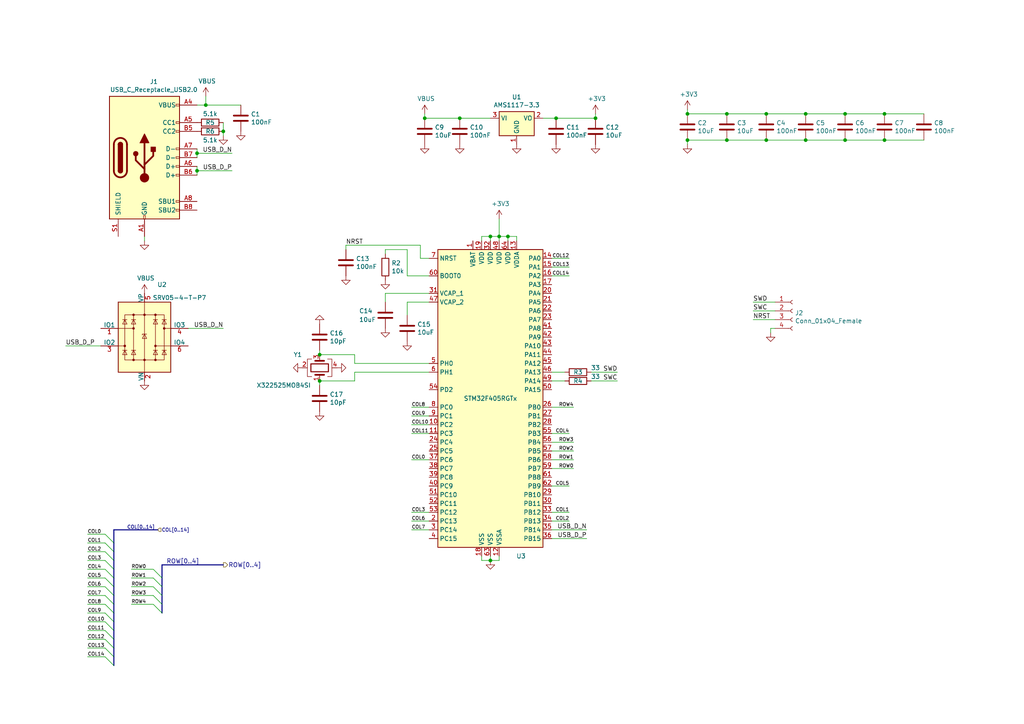
<source format=kicad_sch>
(kicad_sch (version 20231120) (generator "eeschema") (generator_version "8.0")
  (paper "A4")
  (lib_symbols
    (symbol "Device:C" (pin_numbers hide) (pin_names (offset 0.254))
      (property "Reference" "C" (at 0.635 2.54 0))
      (property "Value" "C" (at 0.635 -2.54 0))
      (symbol "C_0_1"
        (polyline (pts (xy -2.032 -0.762) (xy 2.032 -0.762)) (stroke (width 0.508)))
        (polyline (pts (xy -2.032 0.762) (xy 2.032 0.762)) (stroke (width 0.508)))
      )
      (symbol "C_1_1"
        (pin passive line (at 0 3.81 270) (length 2.794) (name "~") (number "1"))
        (pin passive line (at 0 -3.81 90) (length 2.794) (name "~") (number "2"))
      )
    )
    (symbol "Device:Crystal_GND24" (pin_names (offset 1.016) hide)
      (property "Reference" "Y" (at 3.175 5.08 0))
      (property "Value" "Crystal_GND24" (at 3.175 3.175 0))
      (symbol "Crystal_GND24_0_1"
        (rectangle (start -1.143 2.54) (end 1.143 -2.54) (stroke (width 0.3048)))
        (polyline (pts (xy -2.54 0) (xy -2.032 0)))
        (polyline (pts (xy -2.032 -1.27) (xy -2.032 1.27)) (stroke (width 0.508)))
        (polyline (pts (xy 0 -3.81) (xy 0 -3.556)))
        (polyline (pts (xy 0 3.556) (xy 0 3.81)))
        (polyline (pts (xy 2.032 -1.27) (xy 2.032 1.27)) (stroke (width 0.508)))
        (polyline (pts (xy 2.032 0) (xy 2.54 0)))
        (polyline (pts (xy -2.54 -2.286) (xy -2.54 -3.556) (xy 2.54 -3.556) (xy 2.54 -2.286)))
        (polyline (pts (xy -2.54 2.286) (xy -2.54 3.556) (xy 2.54 3.556) (xy 2.54 2.286)))
      )
      (symbol "Crystal_GND24_1_1"
        (pin passive line (at -3.81 0 0) (length 1.27) (name "1") (number "1"))
        (pin passive line (at 0 5.08 270) (length 1.27) (name "2") (number "2"))
        (pin passive line (at 3.81 0 180) (length 1.27) (name "3") (number "3"))
        (pin passive line (at 0 -5.08 90) (length 1.27) (name "4") (number "4"))
      )
    )
    (symbol "Device:R" (pin_numbers hide) (pin_names (offset 0))
      (property "Reference" "R" (at 2.032 0 90))
      (property "Value" "R" (at 0 0 90))
      (symbol "R_0_1"
        (rectangle (start -1.016 -2.54) (end 1.016 2.54) (stroke (width 0.254)))
      )
      (symbol "R_1_1"
        (pin passive line (at 0 3.81 270) (length 1.27) (name "~") (number "1"))
        (pin passive line (at 0 -3.81 90) (length 1.27) (name "~") (number "2"))
      )
    )
    (symbol "Power_Protection:SRV05-4" (pin_names (offset 0))
      (property "Reference" "U" (at -5.08 11.43 0))
      (property "Value" "SRV05-4" (at 2.54 11.43 0))
      (symbol "SRV05-4_0_0"
        (rectangle (start -5.715 6.477) (end 5.715 -6.604))
        (polyline (pts (xy -3.175 -6.604) (xy -3.175 6.477)))
        (polyline (pts (xy 3.175 6.477) (xy 3.175 -6.604)))
      )
      (symbol "SRV05-4_0_1"
        (rectangle (start -7.62 10.16) (end 7.62 -10.16) (stroke (width 0.254)) (fill (type background)))
        (circle (center -5.715 -2.54) (radius 0.2794) (fill (type outline)))
        (circle (center -3.175 -6.604) (radius 0.2794) (fill (type outline)))
        (circle (center -3.175 2.54) (radius 0.2794) (fill (type outline)))
        (circle (center -3.175 6.477) (radius 0.2794) (fill (type outline)))
        (circle (center 0 -6.604) (radius 0.2794) (fill (type outline)))
        (polyline (pts (xy -7.747 2.54) (xy -3.175 2.54)))
        (polyline (pts (xy -7.62 -2.54) (xy -5.715 -2.54)))
        (polyline (pts (xy -5.08 -3.81) (xy -6.35 -3.81)))
        (polyline (pts (xy -5.08 5.08) (xy -6.35 5.08)))
        (polyline (pts (xy -2.54 -3.81) (xy -3.81 -3.81)))
        (polyline (pts (xy -2.54 5.08) (xy -3.81 5.08)))
        (polyline (pts (xy 0 10.16) (xy 0 -10.16)))
        (polyline (pts (xy 3.81 -3.81) (xy 2.54 -3.81)))
        (polyline (pts (xy 3.81 5.08) (xy 2.54 5.08)))
        (polyline (pts (xy 6.35 -3.81) (xy 5.08 -3.81)))
        (polyline (pts (xy 6.35 5.08) (xy 5.08 5.08)))
        (polyline (pts (xy 7.62 -2.54) (xy 3.175 -2.54)))
        (polyline (pts (xy 7.62 2.54) (xy 5.715 2.54)))
        (polyline (pts (xy 0.635 0.889) (xy -0.635 0.889) (xy -0.635 0.635)))
        (polyline (pts (xy -5.08 -5.08) (xy -6.35 -5.08) (xy -5.715 -3.81) (xy -5.08 -5.08)))
        (polyline (pts (xy -5.08 3.81) (xy -6.35 3.81) (xy -5.715 5.08) (xy -5.08 3.81)))
        (polyline (pts (xy -2.54 -5.08) (xy -3.81 -5.08) (xy -3.175 -3.81) (xy -2.54 -5.08)))
        (polyline (pts (xy -2.54 3.81) (xy -3.81 3.81) (xy -3.175 5.08) (xy -2.54 3.81)))
        (polyline (pts (xy 0.635 -0.381) (xy -0.635 -0.381) (xy 0 0.889) (xy 0.635 -0.381)))
        (polyline (pts (xy 3.81 -5.08) (xy 2.54 -5.08) (xy 3.175 -3.81) (xy 3.81 -5.08)))
        (polyline (pts (xy 3.81 3.81) (xy 2.54 3.81) (xy 3.175 5.08) (xy 3.81 3.81)))
        (polyline (pts (xy 6.35 -5.08) (xy 5.08 -5.08) (xy 5.715 -3.81) (xy 6.35 -5.08)))
        (polyline (pts (xy 6.35 3.81) (xy 5.08 3.81) (xy 5.715 5.08) (xy 6.35 3.81)))
        (circle (center 0 6.477) (radius 0.2794) (fill (type outline)))
        (circle (center 3.175 -6.604) (radius 0.2794) (fill (type outline)))
        (circle (center 3.175 -2.54) (radius 0.2794) (fill (type outline)))
        (circle (center 3.175 6.477) (radius 0.2794) (fill (type outline)))
        (circle (center 5.715 2.54) (radius 0.2794) (fill (type outline)))
      )
      (symbol "SRV05-4_1_1"
        (pin passive line (at -12.7 2.54 0) (length 5.08) (name "IO1") (number "1"))
        (pin passive line (at 0 -12.7 90) (length 2.54) (name "VN") (number "2"))
        (pin passive line (at -12.7 -2.54 0) (length 5.08) (name "IO2") (number "3"))
        (pin passive line (at 12.7 2.54 180) (length 5.08) (name "IO3") (number "4"))
        (pin passive line (at 0 12.7 270) (length 2.54) (name "VP") (number "5"))
        (pin passive line (at 12.7 -2.54 180) (length 5.08) (name "IO4") (number "6"))
      )
    )
    (symbol "Regulator_Linear:AMS1117-3.3"
      (property "Reference" "U" (at -3.81 3.175 0))
      (property "Value" "AMS1117-3.3" (at 0 3.175 0))
      (symbol "AMS1117-3.3_0_1"
        (rectangle (start -5.08 -5.08) (end 5.08 1.905) (stroke (width 0.254)) (fill (type background)))
      )
      (symbol "AMS1117-3.3_1_1"
        (pin power_in line (at 0 -7.62 90) (length 2.54) (name "GND") (number "1"))
        (pin power_out line (at 7.62 0 180) (length 2.54) (name "VO") (number "2"))
        (pin power_in line (at -7.62 0 0) (length 2.54) (name "VI") (number "3"))
      )
    )
    (symbol "corrupt-rescue:+3.3V-power" (power) (pin_names (offset 0))
      (property "Value" "power_+3.3V" (at 0 3.556 0))
      (symbol "+3.3V-power_0_1"
        (polyline (pts (xy -0.762 1.27) (xy 0 2.54)))
        (polyline (pts (xy 0 0) (xy 0 2.54)))
        (polyline (pts (xy 0 2.54) (xy 0.762 1.27)))
      )
      (symbol "+3.3V-power_1_1"
        (pin power_in line (at 0 0 90) (length 0) hide (name "+3V3") (number "1"))
      )
    )
    (symbol "corrupt-rescue:Conn_01x04_Female-Connector" (pin_names (offset 1.016) hide)
      (property "Reference" "J" (at 0 5.08 0))
      (property "Value" "Connector_Conn_01x04_Female" (at 0 -7.62 0))
      (symbol "Conn_01x04_Female-Connector_1_1"
        (arc (start 0 -4.572) (mid -0.508 -5.08) (end 0 -5.588) (stroke (width 0.1524)))
        (arc (start 0 -2.032) (mid -0.508 -2.54) (end 0 -3.048) (stroke (width 0.1524)))
        (polyline (pts (xy -1.27 -5.08) (xy -0.508 -5.08)) (stroke (width 0.1524)))
        (polyline (pts (xy -1.27 -2.54) (xy -0.508 -2.54)) (stroke (width 0.1524)))
        (polyline (pts (xy -1.27 0) (xy -0.508 0)) (stroke (width 0.1524)))
        (polyline (pts (xy -1.27 2.54) (xy -0.508 2.54)) (stroke (width 0.1524)))
        (arc (start 0 0.508) (mid -0.508 0) (end 0 -0.508) (stroke (width 0.1524)))
        (arc (start 0 3.048) (mid -0.508 2.54) (end 0 2.032) (stroke (width 0.1524)))
        (pin passive line (at -5.08 2.54 0) (length 3.81) (name "Pin_1") (number "1"))
        (pin passive line (at -5.08 0 0) (length 3.81) (name "Pin_2") (number "2"))
        (pin passive line (at -5.08 -2.54 0) (length 3.81) (name "Pin_3") (number "3"))
        (pin passive line (at -5.08 -5.08 0) (length 3.81) (name "Pin_4") (number "4"))
      )
    )
    (symbol "corrupt-rescue:GND-power" (power) (pin_names (offset 0))
      (property "Value" "power_GND" (at 0 -3.81 0))
      (symbol "GND-power_0_1"
        (polyline (pts (xy 0 0) (xy 0 -1.27) (xy 1.27 -1.27) (xy 0 -2.54) (xy -1.27 -1.27) (xy 0 -1.27)))
      )
      (symbol "GND-power_1_1"
        (pin power_in line (at 0 0 270) (length 0) hide (name "GND") (number "1"))
      )
    )
    (symbol "corrupt-rescue:STM32F405RGTx-MCU_ST_STM32F4"
      (property "Reference" "U" (at -15.24 44.45 0))
      (property "Value" "MCU_ST_STM32F4_STM32F405RGTx" (at 10.16 44.45 0))
      (symbol "STM32F405RGTx-MCU_ST_STM32F4_0_1"
        (rectangle (start -15.24 -43.18) (end 15.24 43.18) (stroke (width 0.254)) (fill (type background)))
      )
      (symbol "STM32F405RGTx-MCU_ST_STM32F4_1_1"
        (pin power_in line (at -5.08 45.72 270) (length 2.54) (name "VBAT") (number "1"))
        (pin bidirectional line (at -17.78 -7.62 0) (length 2.54) (name "PC2") (number "10"))
        (pin bidirectional line (at -17.78 -10.16 0) (length 2.54) (name "PC3") (number "11"))
        (pin power_in line (at 2.54 -45.72 90) (length 2.54) (name "VSSA") (number "12"))
        (pin power_in line (at 7.62 45.72 270) (length 2.54) (name "VDDA") (number "13"))
        (pin bidirectional line (at 17.78 40.64 180) (length 2.54) (name "PA0") (number "14"))
        (pin bidirectional line (at 17.78 38.1 180) (length 2.54) (name "PA1") (number "15"))
        (pin bidirectional line (at 17.78 35.56 180) (length 2.54) (name "PA2") (number "16"))
        (pin bidirectional line (at 17.78 33.02 180) (length 2.54) (name "PA3") (number "17"))
        (pin power_in line (at -2.54 -45.72 90) (length 2.54) (name "VSS") (number "18"))
        (pin power_in line (at -2.54 45.72 270) (length 2.54) (name "VDD") (number "19"))
        (pin bidirectional line (at -17.78 -35.56 0) (length 2.54) (name "PC13") (number "2"))
        (pin bidirectional line (at 17.78 30.48 180) (length 2.54) (name "PA4") (number "20"))
        (pin bidirectional line (at 17.78 27.94 180) (length 2.54) (name "PA5") (number "21"))
        (pin bidirectional line (at 17.78 25.4 180) (length 2.54) (name "PA6") (number "22"))
        (pin bidirectional line (at 17.78 22.86 180) (length 2.54) (name "PA7") (number "23"))
        (pin bidirectional line (at -17.78 -12.7 0) (length 2.54) (name "PC4") (number "24"))
        (pin bidirectional line (at -17.78 -15.24 0) (length 2.54) (name "PC5") (number "25"))
        (pin bidirectional line (at 17.78 -2.54 180) (length 2.54) (name "PB0") (number "26"))
        (pin bidirectional line (at 17.78 -5.08 180) (length 2.54) (name "PB1") (number "27"))
        (pin bidirectional line (at 17.78 -7.62 180) (length 2.54) (name "PB2") (number "28"))
        (pin bidirectional line (at 17.78 -27.94 180) (length 2.54) (name "PB10") (number "29"))
        (pin bidirectional line (at -17.78 -38.1 0) (length 2.54) (name "PC14") (number "3"))
        (pin bidirectional line (at 17.78 -30.48 180) (length 2.54) (name "PB11") (number "30"))
        (pin power_in line (at -17.78 30.48 0) (length 2.54) (name "VCAP_1") (number "31"))
        (pin power_in line (at 0 45.72 270) (length 2.54) (name "VDD") (number "32"))
        (pin bidirectional line (at 17.78 -33.02 180) (length 2.54) (name "PB12") (number "33"))
        (pin bidirectional line (at 17.78 -35.56 180) (length 2.54) (name "PB13") (number "34"))
        (pin bidirectional line (at 17.78 -38.1 180) (length 2.54) (name "PB14") (number "35"))
        (pin bidirectional line (at 17.78 -40.64 180) (length 2.54) (name "PB15") (number "36"))
        (pin bidirectional line (at -17.78 -17.78 0) (length 2.54) (name "PC6") (number "37"))
        (pin bidirectional line (at -17.78 -20.32 0) (length 2.54) (name "PC7") (number "38"))
        (pin bidirectional line (at -17.78 -22.86 0) (length 2.54) (name "PC8") (number "39"))
        (pin bidirectional line (at -17.78 -40.64 0) (length 2.54) (name "PC15") (number "4"))
        (pin bidirectional line (at -17.78 -25.4 0) (length 2.54) (name "PC9") (number "40"))
        (pin bidirectional line (at 17.78 20.32 180) (length 2.54) (name "PA8") (number "41"))
        (pin bidirectional line (at 17.78 17.78 180) (length 2.54) (name "PA9") (number "42"))
        (pin bidirectional line (at 17.78 15.24 180) (length 2.54) (name "PA10") (number "43"))
        (pin bidirectional line (at 17.78 12.7 180) (length 2.54) (name "PA11") (number "44"))
        (pin bidirectional line (at 17.78 10.16 180) (length 2.54) (name "PA12") (number "45"))
        (pin bidirectional line (at 17.78 7.62 180) (length 2.54) (name "PA13") (number "46"))
        (pin power_in line (at -17.78 27.94 0) (length 2.54) (name "VCAP_2") (number "47"))
        (pin power_in line (at 2.54 45.72 270) (length 2.54) (name "VDD") (number "48"))
        (pin bidirectional line (at 17.78 5.08 180) (length 2.54) (name "PA14") (number "49"))
        (pin input line (at -17.78 10.16 0) (length 2.54) (name "PH0") (number "5"))
        (pin bidirectional line (at 17.78 2.54 180) (length 2.54) (name "PA15") (number "50"))
        (pin bidirectional line (at -17.78 -27.94 0) (length 2.54) (name "PC10") (number "51"))
        (pin bidirectional line (at -17.78 -30.48 0) (length 2.54) (name "PC11") (number "52"))
        (pin bidirectional line (at -17.78 -33.02 0) (length 2.54) (name "PC12") (number "53"))
        (pin bidirectional line (at -17.78 2.54 0) (length 2.54) (name "PD2") (number "54"))
        (pin bidirectional line (at 17.78 -10.16 180) (length 2.54) (name "PB3") (number "55"))
        (pin bidirectional line (at 17.78 -12.7 180) (length 2.54) (name "PB4") (number "56"))
        (pin bidirectional line (at 17.78 -15.24 180) (length 2.54) (name "PB5") (number "57"))
        (pin bidirectional line (at 17.78 -17.78 180) (length 2.54) (name "PB6") (number "58"))
        (pin bidirectional line (at 17.78 -20.32 180) (length 2.54) (name "PB7") (number "59"))
        (pin input line (at -17.78 7.62 0) (length 2.54) (name "PH1") (number "6"))
        (pin input line (at -17.78 35.56 0) (length 2.54) (name "BOOT0") (number "60"))
        (pin bidirectional line (at 17.78 -22.86 180) (length 2.54) (name "PB8") (number "61"))
        (pin bidirectional line (at 17.78 -25.4 180) (length 2.54) (name "PB9") (number "62"))
        (pin power_in line (at 0 -45.72 90) (length 2.54) (name "VSS") (number "63"))
        (pin power_in line (at 5.08 45.72 270) (length 2.54) (name "VDD") (number "64"))
        (pin input line (at -17.78 40.64 0) (length 2.54) (name "NRST") (number "7"))
        (pin bidirectional line (at -17.78 -2.54 0) (length 2.54) (name "PC0") (number "8"))
        (pin bidirectional line (at -17.78 -5.08 0) (length 2.54) (name "PC1") (number "9"))
      )
    )
    (symbol "corrupt-rescue:USB_C_Receptacle_USB2.0-Connector" (pin_names (offset 1.016))
      (property "Reference" "J" (at -10.16 19.05 0))
      (property "Value" "Connector_USB_C_Receptacle_USB2.0" (at 19.05 19.05 0))
      (symbol "USB_C_Receptacle_USB2.0-Connector_0_0"
        (rectangle (start -0.254 -17.78) (end 0.254 -16.764))
        (rectangle (start 10.16 -14.986) (end 9.144 -15.494))
        (rectangle (start 10.16 -12.446) (end 9.144 -12.954))
        (rectangle (start 10.16 -4.826) (end 9.144 -5.334))
        (rectangle (start 10.16 -2.286) (end 9.144 -2.794))
        (rectangle (start 10.16 0.254) (end 9.144 -0.254))
        (rectangle (start 10.16 2.794) (end 9.144 2.286))
        (rectangle (start 10.16 7.874) (end 9.144 7.366))
        (rectangle (start 10.16 10.414) (end 9.144 9.906))
        (rectangle (start 10.16 15.494) (end 9.144 14.986))
      )
      (symbol "USB_C_Receptacle_USB2.0-Connector_0_1"
        (rectangle (start -10.16 17.78) (end 10.16 -17.78) (stroke (width 0.254)) (fill (type background)))
        (arc (start -8.89 -3.81) (mid -6.985 -5.715) (end -5.08 -3.81) (stroke (width 0.508)))
        (arc (start -7.62 -3.81) (mid -6.985 -4.445) (end -6.35 -3.81) (stroke (width 0.254)))
        (arc (start -7.62 -3.81) (mid -6.985 -4.445) (end -6.35 -3.81) (stroke (width 0.254)) (fill (type outline)))
        (rectangle (start -7.62 -3.81) (end -6.35 3.81) (stroke (width 0.254)) (fill (type outline)))
        (arc (start -6.35 3.81) (mid -6.985 4.445) (end -7.62 3.81) (stroke (width 0.254)))
        (arc (start -6.35 3.81) (mid -6.985 4.445) (end -7.62 3.81) (stroke (width 0.254)) (fill (type outline)))
        (arc (start -5.08 3.81) (mid -6.985 5.715) (end -8.89 3.81) (stroke (width 0.508)))
        (circle (center -2.54 1.143) (radius 0.635) (stroke (width 0.254)) (fill (type outline)))
        (circle (center 0 -5.842) (radius 1.27) (fill (type outline)))
        (polyline (pts (xy -8.89 -3.81) (xy -8.89 3.81)) (stroke (width 0.508)))
        (polyline (pts (xy -5.08 3.81) (xy -5.08 -3.81)) (stroke (width 0.508)))
        (polyline (pts (xy 0 -5.842) (xy 0 4.318)) (stroke (width 0.508)))
        (polyline (pts (xy 0 -3.302) (xy -2.54 -0.762) (xy -2.54 0.508)) (stroke (width 0.508)))
        (polyline (pts (xy 0 -2.032) (xy 2.54 0.508) (xy 2.54 1.778)) (stroke (width 0.508)))
        (polyline (pts (xy -1.27 4.318) (xy 0 6.858) (xy 1.27 4.318) (xy -1.27 4.318)) (stroke (width 0.254)) (fill (type outline)))
        (rectangle (start 1.905 1.778) (end 3.175 3.048) (stroke (width 0.254)) (fill (type outline)))
      )
      (symbol "USB_C_Receptacle_USB2.0-Connector_1_1"
        (pin passive line (at 0 -22.86 90) (length 5.08) (name "GND") (number "A1"))
        (pin passive line (at 0 -22.86 90) (length 5.08) hide (name "GND") (number "A12"))
        (pin passive line (at 15.24 15.24 180) (length 5.08) (name "VBUS") (number "A4"))
        (pin bidirectional line (at 15.24 10.16 180) (length 5.08) (name "CC1") (number "A5"))
        (pin bidirectional line (at 15.24 -2.54 180) (length 5.08) (name "D+") (number "A6"))
        (pin bidirectional line (at 15.24 2.54 180) (length 5.08) (name "D-") (number "A7"))
        (pin bidirectional line (at 15.24 -12.7 180) (length 5.08) (name "SBU1") (number "A8"))
        (pin passive line (at 15.24 15.24 180) (length 5.08) hide (name "VBUS") (number "A9"))
        (pin passive line (at 0 -22.86 90) (length 5.08) hide (name "GND") (number "B1"))
        (pin passive line (at 0 -22.86 90) (length 5.08) hide (name "GND") (number "B12"))
        (pin passive line (at 15.24 15.24 180) (length 5.08) hide (name "VBUS") (number "B4"))
        (pin bidirectional line (at 15.24 7.62 180) (length 5.08) (name "CC2") (number "B5"))
        (pin bidirectional line (at 15.24 -5.08 180) (length 5.08) (name "D+") (number "B6"))
        (pin bidirectional line (at 15.24 0 180) (length 5.08) (name "D-") (number "B7"))
        (pin bidirectional line (at 15.24 -15.24 180) (length 5.08) (name "SBU2") (number "B8"))
        (pin passive line (at 15.24 15.24 180) (length 5.08) hide (name "VBUS") (number "B9"))
        (pin passive line (at -7.62 -22.86 90) (length 5.08) (name "SHIELD") (number "S1"))
      )
    )
    (symbol "corrupt-rescue:VBUS-power" (power) (pin_names (offset 0))
      (property "Value" "power_VBUS" (at 0 3.81 0))
      (symbol "VBUS-power_0_1"
        (polyline (pts (xy -0.762 1.27) (xy 0 2.54)))
        (polyline (pts (xy 0 0) (xy 0 2.54)))
        (polyline (pts (xy 0 2.54) (xy 0.762 1.27)))
      )
      (symbol "VBUS-power_1_1"
        (pin power_in line (at 0 0 90) (length 0) hide (name "VBUS") (number "1"))
      )
    )
  )
  (junction (at 92.71 102.87))
  (junction (at 172.72 34.29))
  (junction (at 245.11 33.02))
  (junction (at 161.29 34.29))
  (junction (at 133.35 34.29))
  (junction (at 199.39 33.02))
  (junction (at 142.24 68.58))
  (junction (at 144.78 68.58))
  (junction (at 199.39 40.64))
  (junction (at 233.68 33.02))
  (junction (at 147.32 68.58))
  (junction (at 59.69 30.48))
  (junction (at 57.15 44.45))
  (junction (at 210.82 33.02))
  (junction (at 210.82 40.64))
  (junction (at 233.68 40.64))
  (junction (at 92.71 110.49))
  (junction (at 256.54 33.02))
  (junction (at 64.77 38.1))
  (junction (at 222.25 33.02))
  (junction (at 256.54 40.64))
  (junction (at 142.24 162.56))
  (junction (at 57.15 49.53))
  (junction (at 245.11 40.64))
  (junction (at 222.25 40.64))
  (junction (at 123.19 34.29))
  (bus_entry (at 30.48 175.26) (size 2.54 2.54))
  (bus_entry (at 44.45 175.26) (size 2.54 2.54))
  (bus_entry (at 30.48 154.94) (size 2.54 2.54))
  (bus_entry (at 44.45 172.72) (size 2.54 2.54))
  (bus_entry (at 30.48 167.64) (size 2.54 2.54))
  (bus_entry (at 30.48 190.5) (size 2.54 2.54))
  (bus_entry (at 30.48 185.42) (size 2.54 2.54))
  (bus_entry (at 30.48 182.88) (size 2.54 2.54))
  (bus_entry (at 30.48 187.96) (size 2.54 2.54))
  (bus_entry (at 30.48 165.1) (size 2.54 2.54))
  (bus_entry (at 44.45 165.1) (size 2.54 2.54))
  (bus_entry (at 44.45 170.18) (size 2.54 2.54))
  (bus_entry (at 30.48 162.56) (size 2.54 2.54))
  (bus_entry (at 30.48 160.02) (size 2.54 2.54))
  (bus_entry (at 44.45 167.64) (size 2.54 2.54))
  (bus_entry (at 30.48 177.8) (size 2.54 2.54))
  (bus_entry (at 30.48 157.48) (size 2.54 2.54))
  (bus_entry (at 30.48 170.18) (size 2.54 2.54))
  (bus_entry (at 30.48 172.72) (size 2.54 2.54))
  (bus_entry (at 30.48 180.34) (size 2.54 2.54))
  (wire (pts (xy 142.24 161.29) (xy 142.24 162.56)))
  (wire (pts (xy 57.15 44.45) (xy 57.15 45.72)))
  (wire (pts (xy 165.1 125.73) (xy 160.02 125.73)))
  (wire (pts (xy 111.76 87.63) (xy 111.76 85.09)))
  (wire (pts (xy 25.4 177.8) (xy 30.48 177.8)))
  (wire (pts (xy 171.45 107.95) (xy 179.07 107.95)))
  (bus (pts (xy 46.99 172.72) (xy 46.99 175.26)))
  (wire (pts (xy 165.1 151.13) (xy 160.02 151.13)))
  (wire (pts (xy 38.1 167.64) (xy 44.45 167.64)))
  (wire (pts (xy 166.37 133.35) (xy 160.02 133.35)))
  (wire (pts (xy 25.4 185.42) (xy 30.48 185.42)))
  (bus (pts (xy 33.02 157.48) (xy 33.02 160.02)))
  (wire (pts (xy 119.38 125.73) (xy 124.46 125.73)))
  (wire (pts (xy 147.32 68.58) (xy 147.32 69.85)))
  (wire (pts (xy 142.24 68.58) (xy 142.24 69.85)))
  (wire (pts (xy 25.4 172.72) (xy 30.48 172.72)))
  (wire (pts (xy 118.11 80.01) (xy 118.11 72.39)))
  (wire (pts (xy 25.4 167.64) (xy 30.48 167.64)))
  (wire (pts (xy 218.44 92.71) (xy 224.79 92.71)))
  (wire (pts (xy 124.46 80.01) (xy 118.11 80.01)))
  (wire (pts (xy 210.82 33.02) (xy 222.25 33.02)))
  (wire (pts (xy 142.24 162.56) (xy 139.7 162.56)))
  (wire (pts (xy 25.4 180.34) (xy 30.48 180.34)))
  (wire (pts (xy 44.45 175.26) (xy 38.1 175.26)))
  (wire (pts (xy 170.18 156.21) (xy 160.02 156.21)))
  (wire (pts (xy 144.78 162.56) (xy 144.78 161.29)))
  (wire (pts (xy 199.39 31.75) (xy 199.39 33.02)))
  (bus (pts (xy 46.99 163.83) (xy 46.99 167.64)))
  (bus (pts (xy 46.99 163.83) (xy 64.77 163.83)))
  (bus (pts (xy 33.02 153.67) (xy 33.02 157.48)))
  (wire (pts (xy 144.78 68.58) (xy 144.78 63.5)))
  (wire (pts (xy 92.71 101.6) (xy 92.71 102.87)))
  (wire (pts (xy 92.71 111.76) (xy 92.71 110.49)))
  (wire (pts (xy 119.38 123.19) (xy 124.46 123.19)))
  (wire (pts (xy 124.46 105.41) (xy 102.87 105.41)))
  (wire (pts (xy 165.1 74.93) (xy 160.02 74.93)))
  (wire (pts (xy 172.72 33.02) (xy 172.72 34.29)))
  (wire (pts (xy 111.76 85.09) (xy 124.46 85.09)))
  (bus (pts (xy 33.02 162.56) (xy 33.02 165.1)))
  (wire (pts (xy 59.69 27.94) (xy 59.69 30.48)))
  (wire (pts (xy 160.02 107.95) (xy 163.83 107.95)))
  (bus (pts (xy 33.02 165.1) (xy 33.02 167.64)))
  (bus (pts (xy 33.02 185.42) (xy 33.02 187.96)))
  (wire (pts (xy 124.46 87.63) (xy 118.11 87.63)))
  (wire (pts (xy 57.15 48.26) (xy 57.15 49.53)))
  (bus (pts (xy 33.02 172.72) (xy 33.02 175.26)))
  (wire (pts (xy 25.4 175.26) (xy 30.48 175.26)))
  (bus (pts (xy 33.02 167.64) (xy 33.02 170.18)))
  (bus (pts (xy 33.02 170.18) (xy 33.02 172.72)))
  (bus (pts (xy 33.02 180.34) (xy 33.02 182.88)))
  (bus (pts (xy 33.02 187.96) (xy 33.02 190.5)))
  (wire (pts (xy 118.11 72.39) (xy 111.76 72.39)))
  (wire (pts (xy 179.07 110.49) (xy 171.45 110.49)))
  (wire (pts (xy 119.38 148.59) (xy 124.46 148.59)))
  (wire (pts (xy 233.68 40.64) (xy 245.11 40.64)))
  (wire (pts (xy 165.1 140.97) (xy 160.02 140.97)))
  (wire (pts (xy 25.4 154.94) (xy 30.48 154.94)))
  (wire (pts (xy 44.45 165.1) (xy 38.1 165.1)))
  (bus (pts (xy 33.02 182.88) (xy 33.02 185.42)))
  (wire (pts (xy 119.38 151.13) (xy 124.46 151.13)))
  (wire (pts (xy 256.54 40.64) (xy 267.97 40.64)))
  (wire (pts (xy 142.24 162.56) (xy 144.78 162.56)))
  (wire (pts (xy 59.69 30.48) (xy 69.85 30.48)))
  (wire (pts (xy 163.83 110.49) (xy 160.02 110.49)))
  (wire (pts (xy 142.24 68.58) (xy 139.7 68.58)))
  (wire (pts (xy 25.4 165.1) (xy 30.48 165.1)))
  (wire (pts (xy 165.1 77.47) (xy 160.02 77.47)))
  (wire (pts (xy 59.69 30.48) (xy 57.15 30.48)))
  (wire (pts (xy 123.19 33.02) (xy 123.19 34.29)))
  (bus (pts (xy 33.02 177.8) (xy 33.02 180.34)))
  (wire (pts (xy 165.1 148.59) (xy 160.02 148.59)))
  (wire (pts (xy 133.35 34.29) (xy 123.19 34.29)))
  (wire (pts (xy 245.11 40.64) (xy 256.54 40.64)))
  (wire (pts (xy 25.4 157.48) (xy 30.48 157.48)))
  (wire (pts (xy 165.1 80.01) (xy 160.02 80.01)))
  (wire (pts (xy 161.29 34.29) (xy 157.48 34.29)))
  (wire (pts (xy 224.79 90.17) (xy 218.44 90.17)))
  (wire (pts (xy 222.25 33.02) (xy 233.68 33.02)))
  (bus (pts (xy 46.99 175.26) (xy 46.99 177.8)))
  (bus (pts (xy 33.02 153.67) (xy 45.72 153.67)))
  (wire (pts (xy 102.87 110.49) (xy 92.71 110.49)))
  (wire (pts (xy 25.4 190.5) (xy 30.48 190.5)))
  (bus (pts (xy 33.02 175.26) (xy 33.02 177.8)))
  (wire (pts (xy 67.31 44.45) (xy 57.15 44.45)))
  (wire (pts (xy 119.38 133.35) (xy 124.46 133.35)))
  (wire (pts (xy 100.33 71.12) (xy 100.33 72.39)))
  (wire (pts (xy 142.24 34.29) (xy 133.35 34.29)))
  (wire (pts (xy 57.15 49.53) (xy 57.15 50.8)))
  (wire (pts (xy 160.02 118.11) (xy 166.37 118.11)))
  (wire (pts (xy 25.4 160.02) (xy 30.48 160.02)))
  (wire (pts (xy 121.92 74.93) (xy 121.92 71.12)))
  (wire (pts (xy 245.11 33.02) (xy 256.54 33.02)))
  (wire (pts (xy 144.78 68.58) (xy 147.32 68.58)))
  (wire (pts (xy 223.52 95.25) (xy 223.52 96.52)))
  (wire (pts (xy 118.11 87.63) (xy 118.11 91.44)))
  (wire (pts (xy 172.72 34.29) (xy 161.29 34.29)))
  (wire (pts (xy 160.02 135.89) (xy 166.37 135.89)))
  (wire (pts (xy 111.76 72.39) (xy 111.76 73.66)))
  (wire (pts (xy 233.68 33.02) (xy 245.11 33.02)))
  (wire (pts (xy 139.7 162.56) (xy 139.7 161.29)))
  (wire (pts (xy 64.77 39.37) (xy 64.77 38.1)))
  (wire (pts (xy 41.91 69.85) (xy 41.91 68.58)))
  (wire (pts (xy 119.38 120.65) (xy 124.46 120.65)))
  (wire (pts (xy 144.78 68.58) (xy 142.24 68.58)))
  (wire (pts (xy 25.4 187.96) (xy 30.48 187.96)))
  (wire (pts (xy 25.4 182.88) (xy 30.48 182.88)))
  (wire (pts (xy 218.44 87.63) (xy 224.79 87.63)))
  (wire (pts (xy 199.39 33.02) (xy 210.82 33.02)))
  (wire (pts (xy 102.87 102.87) (xy 92.71 102.87)))
  (wire (pts (xy 144.78 69.85) (xy 144.78 68.58)))
  (wire (pts (xy 67.31 49.53) (xy 57.15 49.53)))
  (wire (pts (xy 102.87 105.41) (xy 102.87 102.87)))
  (wire (pts (xy 224.79 95.25) (xy 223.52 95.25)))
  (wire (pts (xy 119.38 153.67) (xy 124.46 153.67)))
  (wire (pts (xy 44.45 170.18) (xy 38.1 170.18)))
  (wire (pts (xy 256.54 33.02) (xy 267.97 33.02)))
  (wire (pts (xy 124.46 107.95) (xy 102.87 107.95)))
  (wire (pts (xy 64.77 38.1) (xy 64.77 35.56)))
  (wire (pts (xy 121.92 71.12) (xy 100.33 71.12)))
  (wire (pts (xy 160.02 130.81) (xy 166.37 130.81)))
  (wire (pts (xy 210.82 40.64) (xy 222.25 40.64)))
  (wire (pts (xy 149.86 68.58) (xy 149.86 69.85)))
  (wire (pts (xy 119.38 118.11) (xy 124.46 118.11)))
  (wire (pts (xy 124.46 74.93) (xy 121.92 74.93)))
  (bus (pts (xy 33.02 190.5) (xy 33.02 193.04)))
  (wire (pts (xy 199.39 41.91) (xy 199.39 40.64)))
  (wire (pts (xy 222.25 40.64) (xy 233.68 40.64)))
  (wire (pts (xy 25.4 162.56) (xy 30.48 162.56)))
  (wire (pts (xy 166.37 128.27) (xy 160.02 128.27)))
  (wire (pts (xy 199.39 40.64) (xy 210.82 40.64)))
  (wire (pts (xy 147.32 68.58) (xy 149.86 68.58)))
  (wire (pts (xy 38.1 172.72) (xy 44.45 172.72)))
  (bus (pts (xy 46.99 167.64) (xy 46.99 170.18)))
  (wire (pts (xy 19.05 100.33) (xy 29.21 100.33)))
  (wire (pts (xy 25.4 170.18) (xy 30.48 170.18)))
  (bus (pts (xy 33.02 160.02) (xy 33.02 162.56)))
  (bus (pts (xy 46.99 170.18) (xy 46.99 172.72)))
  (wire (pts (xy 102.87 107.95) (xy 102.87 110.49)))
  (wire (pts (xy 139.7 68.58) (xy 139.7 69.85)))
  (wire (pts (xy 57.15 43.18) (xy 57.15 44.45)))
  (wire (pts (xy 64.77 95.25) (xy 54.61 95.25)))
  (wire (pts (xy 170.18 153.67) (xy 160.02 153.67)))
  (label "COL13" (at 25.4 187.96 0) (effects (font (size 0.9906 0.9906))))
  (label "ROW1" (at 166.37 133.35 180) (effects (font (size 0.9906 0.9906))))
  (label "ROW4" (at 166.37 118.11 180) (effects (font (size 0.9906 0.9906))))
  (label "NRST" (at 100.33 71.12 0))
  (label "NRST" (at 218.44 92.71 0))
  (label "COL9" (at 25.4 177.8 0) (effects (font (size 0.9906 0.9906))))
  (label "COL1" (at 25.4 157.48 0) (effects (font (size 0.9906 0.9906))))
  (label "COL14" (at 25.4 190.5 0) (effects (font (size 0.9906 0.9906))))
  (label "SWD" (at 179.07 107.95 180))
  (label "COL0" (at 25.4 154.94 0) (effects (font (size 0.9906 0.9906))))
  (label "COL13" (at 165.1 77.47 180) (effects (font (size 0.9906 0.9906))))
  (label "COL8" (at 119.38 118.11 0) (effects (font (size 0.9906 0.9906))))
  (label "COL3" (at 119.38 148.59 0) (effects (font (size 0.9906 0.9906))))
  (label "COL4" (at 25.4 165.1 0) (effects (font (size 0.9906 0.9906))))
  (label "COL11" (at 25.4 182.88 0) (effects (font (size 0.9906 0.9906))))
  (label "SWC" (at 179.07 110.49 180))
  (label "ROW0" (at 166.37 135.89 180) (effects (font (size 0.9906 0.9906))))
  (label "COL2" (at 25.4 160.02 0) (effects (font (size 0.9906 0.9906))))
  (label "COL10" (at 25.4 180.34 0) (effects (font (size 0.9906 0.9906))))
  (label "COL[0..14]" (at 36.83 153.67 0) (effects (font (size 0.9906 0.9906))))
  (label "USB_D_N" (at 170.18 153.67 180))
  (label "COL8" (at 25.4 175.26 0) (effects (font (size 0.9906 0.9906))))
  (label "ROW3" (at 166.37 128.27 180) (effects (font (size 0.9906 0.9906))))
  (label "COL11" (at 119.38 125.73 0) (effects (font (size 0.9906 0.9906))))
  (label "COL7" (at 119.38 153.67 0) (effects (font (size 0.9906 0.9906))))
  (label "COL12" (at 25.4 185.42 0) (effects (font (size 0.9906 0.9906))))
  (label "COL7" (at 25.4 172.72 0) (effects (font (size 0.9906 0.9906))))
  (label "COL2" (at 165.1 151.13 180) (effects (font (size 0.9906 0.9906))))
  (label "ROW2" (at 166.37 130.81 180) (effects (font (size 0.9906 0.9906))))
  (label "ROW0" (at 38.1 165.1 0) (effects (font (size 0.9906 0.9906))))
  (label "USB_D_P" (at 67.31 49.53 180))
  (label "COL3" (at 25.4 162.56 0) (effects (font (size 0.9906 0.9906))))
  (label "COL5" (at 25.4 167.64 0) (effects (font (size 0.9906 0.9906))))
  (label "COL9" (at 119.38 120.65 0) (effects (font (size 0.9906 0.9906))))
  (label "SWC" (at 218.44 90.17 0))
  (label "SWD" (at 218.44 87.63 0))
  (label "COL0" (at 119.38 133.35 0) (effects (font (size 0.9906 0.9906))))
  (label "COL5" (at 165.1 140.97 180) (effects (font (size 0.9906 0.9906))))
  (label "COL10" (at 119.38 123.19 0) (effects (font (size 0.9906 0.9906))))
  (label "ROW[0..4]" (at 48.26 163.83 0))
  (label "USB_D_P" (at 170.18 156.21 180))
  (label "ROW2" (at 38.1 170.18 0) (effects (font (size 0.9906 0.9906))))
  (label "COL1" (at 165.1 148.59 180) (effects (font (size 0.9906 0.9906))))
  (label "COL4" (at 165.1 125.73 180) (effects (font (size 0.9906 0.9906))))
  (label "USB_D_N" (at 64.77 95.25 180))
  (label "COL6" (at 119.38 151.13 0) (effects (font (size 0.9906 0.9906))))
  (label "USB_D_N" (at 67.31 44.45 180))
  (label "ROW3" (at 38.1 172.72 0) (effects (font (size 0.9906 0.9906))))
  (label "COL14" (at 165.1 80.01 180) (effects (font (size 0.9906 0.9906))))
  (label "ROW1" (at 38.1 167.64 0) (effects (font (size 0.9906 0.9906))))
  (label "ROW4" (at 38.1 175.26 0) (effects (font (size 0.9906 0.9906))))
  (label "COL6" (at 25.4 170.18 0) (effects (font (size 0.9906 0.9906))))
  (label "USB_D_P" (at 19.05 100.33 0))
  (label "COL12" (at 165.1 74.93 180) (effects (font (size 0.9906 0.9906))))
  (hierarchical_label "COL[0..14]" (shape input) (at 45.72 153.67 0) (effects (font (size 0.9906 0.9906))))
  (hierarchical_label "ROW[0..4]" (shape output) (at 64.77 163.83 0))
  (symbol (lib_id "corrupt-rescue:STM32F405RGTx-MCU_ST_STM32F4") (at 142.24 115.57 0) (unit 1)
    (property "Reference" "U3" (at 151.13 161.29 0))
    (property "Value" "STM32F405RGTx" (at 142.24 115.57 0))
    (property "Footprint" "Package_QFP:LQFP-64_10x10mm_P0.5mm" (effects (hide yes)))
    (property "Datasheet" "http://www.st.com/st-web-ui/static/active/en/resource/technical/document/datasheet/DM00037051.pdf" (effects (hide yes)))
    (property "Description" "C15742" (effects (hide yes)))
  )
  (symbol (lib_id "corrupt-rescue:USB_C_Receptacle_USB2.0-Connector") (at 41.91 45.72 0) (unit 1)
    (property "Reference" "J1" (at 44.6278 23.6982 0))
    (property "Value" "USB_C_Receptacle_USB2.0" (at 44.6278 26.0096 0))
    (property "Footprint" "Connector_USB:USB_C_Receptacle_Palconn_UTC16-G" (effects (hide yes)))
    (property "Datasheet" "https://www.usb.org/sites/default/files/documents/usb_type-c.zip" (effects (hide yes)))
  )
  (symbol (lib_id "corrupt-rescue:GND-power") (at 41.91 69.85 0) (unit 1)
    (property "Reference" "#PWR0101" (effects (hide yes)))
    (property "Value" "GND" (effects (hide yes)))
  )
  (symbol (lib_id "Power_Protection:SRV05-4") (at 41.91 97.79 0) (unit 1)
    (property "Reference" "U2" (at 46.99 82.55 0))
    (property "Value" "SRV05-4-T-P7" (at 52.07 86.36 0))
    (property "Footprint" "Package_TO_SOT_SMD:SOT-23-6" (effects (hide yes)))
    (property "Datasheet" "http://www.onsemi.com/pub/Collateral/SRV05-4-D.PDF" (effects (hide yes)))
    (property "Description" "C85364" (effects (hide yes)))
  )
  (symbol (lib_id "corrupt-rescue:VBUS-power") (at 59.69 27.94 0) (unit 1)
    (property "Reference" "#PWR0102" (effects (hide yes)))
    (property "Value" "VBUS" (at 60.071 23.5458 0))
  )
  (symbol (lib_id "Device:C") (at 69.85 34.29 0) (unit 1)
    (property "Reference" "C1" (at 72.771 33.1216 0) (effects (justify left)))
    (property "Value" "100nF" (at 72.771 35.433 0) (effects (justify left)))
    (property "Footprint" "Capacitor_SMD:C_0402_1005Metric" (effects (hide yes)))
    (property "Description" "C1525" (effects (hide yes)))
  )
  (symbol (lib_id "corrupt-rescue:GND-power") (at 69.85 38.1 0) (unit 1)
    (property "Reference" "#PWR0103" (effects (hide yes)))
    (property "Value" "GND" (effects (hide yes)))
  )
  (symbol (lib_id "corrupt-rescue:VBUS-power") (at 41.91 85.09 0) (unit 1)
    (property "Reference" "#PWR0104" (effects (hide yes)))
    (property "Value" "VBUS" (at 42.291 80.6958 0))
  )
  (symbol (lib_id "corrupt-rescue:GND-power") (at 41.91 110.49 0) (unit 1)
    (property "Reference" "#PWR0105" (effects (hide yes)))
    (property "Value" "GND" (effects (hide yes)))
  )
  (symbol (lib_id "Regulator_Linear:AMS1117-3.3") (at 149.86 34.29 0) (unit 1)
    (property "Reference" "U1" (at 149.86 28.1432 0))
    (property "Value" "AMS1117-3.3" (at 149.86 30.4546 0))
    (property "Footprint" "Package_TO_SOT_SMD:SOT-223-3_TabPin2" (effects (hide yes)))
    (property "Datasheet" "http://www.advanced-monolithic.com/pdf/ds1117.pdf" (effects (hide yes)))
    (property "Description" "C6186" (effects (hide yes)))
  )
  (symbol (lib_id "corrupt-rescue:GND-power") (at 149.86 41.91 0) (unit 1)
    (property "Reference" "#PWR0106" (effects (hide yes)))
    (property "Value" "GND" (effects (hide yes)))
  )
  (symbol (lib_id "Device:C") (at 123.19 38.1 0) (unit 1)
    (property "Reference" "C9" (at 126.111 36.9316 0) (effects (justify left)))
    (property "Value" "10uF" (at 126.111 39.243 0) (effects (justify left)))
    (property "Footprint" "Capacitor_SMD:C_0603_1608Metric" (effects (hide yes)))
    (property "Description" "C19702" (effects (hide yes)))
  )
  (symbol (lib_id "Device:C") (at 133.35 38.1 0) (unit 1)
    (property "Reference" "C10" (at 136.271 36.9316 0) (effects (justify left)))
    (property "Value" "100nF" (at 136.271 39.243 0) (effects (justify left)))
    (property "Footprint" "Capacitor_SMD:C_0402_1005Metric" (effects (hide yes)))
    (property "Description" "C1525" (effects (hide yes)))
  )
  (symbol (lib_id "corrupt-rescue:VBUS-power") (at 123.19 33.02 0) (unit 1)
    (property "Reference" "#PWR0107" (effects (hide yes)))
    (property "Value" "VBUS" (at 123.571 28.6258 0))
  )
  (symbol (lib_id "corrupt-rescue:GND-power") (at 133.35 41.91 0) (unit 1)
    (property "Reference" "#PWR0108" (effects (hide yes)))
    (property "Value" "GND" (effects (hide yes)))
  )
  (symbol (lib_id "corrupt-rescue:GND-power") (at 123.19 41.91 0) (unit 1)
    (property "Reference" "#PWR0109" (effects (hide yes)))
    (property "Value" "GND" (effects (hide yes)))
  )
  (symbol (lib_id "Device:C") (at 161.29 38.1 0) (unit 1)
    (property "Reference" "C11" (at 164.211 36.9316 0) (effects (justify left)))
    (property "Value" "100nF" (at 164.211 39.243 0) (effects (justify left)))
    (property "Footprint" "Capacitor_SMD:C_0402_1005Metric" (effects (hide yes)))
    (property "Description" "C1525" (effects (hide yes)))
  )
  (symbol (lib_id "corrupt-rescue:GND-power") (at 161.29 41.91 0) (unit 1)
    (property "Reference" "#PWR0110" (effects (hide yes)))
    (property "Value" "GND" (effects (hide yes)))
  )
  (symbol (lib_id "Device:C") (at 172.72 38.1 0) (unit 1)
    (property "Reference" "C12" (at 175.641 36.9316 0) (effects (justify left)))
    (property "Value" "10uF" (at 175.641 39.243 0) (effects (justify left)))
    (property "Footprint" "Capacitor_SMD:C_0603_1608Metric" (effects (hide yes)))
    (property "Description" "C19702" (effects (hide yes)))
  )
  (symbol (lib_id "corrupt-rescue:GND-power") (at 172.72 41.91 0) (unit 1)
    (property "Reference" "#PWR0111" (effects (hide yes)))
    (property "Value" "GND" (effects (hide yes)))
  )
  (symbol (lib_id "corrupt-rescue:+3.3V-power") (at 172.72 33.02 0) (unit 1)
    (property "Reference" "#PWR0112" (effects (hide yes)))
    (property "Value" "+3V3" (at 173.101 28.6258 0))
  )
  (symbol (lib_id "corrupt-rescue:+3.3V-power") (at 144.78 63.5 0) (unit 1)
    (property "Reference" "#PWR0113" (effects (hide yes)))
    (property "Value" "+3V3" (at 145.161 59.1058 0))
  )
  (symbol (lib_id "Device:C") (at 199.39 36.83 0) (unit 1)
    (property "Reference" "C2" (at 202.311 35.6616 0) (effects (justify left)))
    (property "Value" "10uF" (at 202.311 37.973 0) (effects (justify left)))
    (property "Footprint" "Capacitor_SMD:C_0603_1608Metric" (effects (hide yes)))
    (property "Description" "C19702" (effects (hide yes)))
  )
  (symbol (lib_id "corrupt-rescue:GND-power") (at 199.39 41.91 0) (unit 1)
    (property "Reference" "#PWR0114" (effects (hide yes)))
    (property "Value" "GND" (effects (hide yes)))
  )
  (symbol (lib_id "Device:C") (at 210.82 36.83 0) (unit 1)
    (property "Reference" "C3" (at 213.741 35.6616 0) (effects (justify left)))
    (property "Value" "10uF" (at 213.741 37.973 0) (effects (justify left)))
    (property "Footprint" "Capacitor_SMD:C_0603_1608Metric" (effects (hide yes)))
    (property "Description" "C19702" (effects (hide yes)))
  )
  (symbol (lib_id "Device:C") (at 222.25 36.83 0) (unit 1)
    (property "Reference" "C4" (at 225.171 35.6616 0) (effects (justify left)))
    (property "Value" "100nF" (at 225.171 37.973 0) (effects (justify left)))
    (property "Footprint" "Capacitor_SMD:C_0402_1005Metric" (effects (hide yes)))
    (property "Description" "C1525" (effects (hide yes)))
  )
  (symbol (lib_id "Device:C") (at 233.68 36.83 0) (unit 1)
    (property "Reference" "C5" (at 236.601 35.6616 0) (effects (justify left)))
    (property "Value" "100nF" (at 236.601 37.973 0) (effects (justify left)))
    (property "Footprint" "Capacitor_SMD:C_0402_1005Metric" (effects (hide yes)))
    (property "Description" "C1525" (effects (hide yes)))
  )
  (symbol (lib_id "Device:C") (at 245.11 36.83 0) (unit 1)
    (property "Reference" "C6" (at 248.031 35.6616 0) (effects (justify left)))
    (property "Value" "100nF" (at 248.031 37.973 0) (effects (justify left)))
    (property "Footprint" "Capacitor_SMD:C_0402_1005Metric" (effects (hide yes)))
    (property "Description" "C1525" (effects (hide yes)))
  )
  (symbol (lib_id "Device:C") (at 256.54 36.83 0) (unit 1)
    (property "Reference" "C7" (at 259.461 35.6616 0) (effects (justify left)))
    (property "Value" "100nF" (at 259.461 37.973 0) (effects (justify left)))
    (property "Footprint" "Capacitor_SMD:C_0402_1005Metric" (effects (hide yes)))
    (property "Description" "C1525" (effects (hide yes)))
  )
  (symbol (lib_id "Device:C") (at 267.97 36.83 0) (unit 1)
    (property "Reference" "C8" (at 270.891 35.6616 0) (effects (justify left)))
    (property "Value" "100nF" (at 270.891 37.973 0) (effects (justify left)))
    (property "Footprint" "Capacitor_SMD:C_0402_1005Metric" (effects (hide yes)))
    (property "Description" "C1525" (effects (hide yes)))
  )
  (symbol (lib_id "corrupt-rescue:+3.3V-power") (at 199.39 31.75 0) (unit 1)
    (property "Reference" "#PWR0115" (effects (hide yes)))
    (property "Value" "+3V3" (at 199.771 27.3558 0))
  )
  (symbol (lib_id "Device:R") (at 111.76 77.47 0) (unit 1)
    (property "Reference" "R2" (at 113.538 76.3016 0) (effects (justify left)))
    (property "Value" "10k" (at 113.538 78.613 0) (effects (justify left)))
    (property "Footprint" "Resistor_SMD:R_0402_1005Metric" (effects (hide yes)))
    (property "Description" "C25744" (effects (hide yes)))
  )
  (symbol (lib_id "corrupt-rescue:GND-power") (at 142.24 162.56 0) (unit 1)
    (property "Reference" "#PWR0116" (effects (hide yes)))
    (property "Value" "GND" (effects (hide yes)))
  )
  (symbol (lib_id "corrupt-rescue:GND-power") (at 111.76 81.28 0) (unit 1)
    (property "Reference" "#PWR0117" (effects (hide yes)))
    (property "Value" "GND" (effects (hide yes)))
  )
  (symbol (lib_id "Device:C") (at 111.76 91.44 0) (unit 1)
    (property "Reference" "C14" (at 104.14 90.17 0) (effects (justify left)))
    (property "Value" "10uF" (at 104.14 92.71 0) (effects (justify left)))
    (property "Footprint" "Capacitor_SMD:C_0603_1608Metric" (effects (hide yes)))
    (property "Description" "C19702" (effects (hide yes)))
  )
  (symbol (lib_id "Device:C") (at 118.11 95.25 0) (unit 1)
    (property "Reference" "C15" (at 121.031 94.0816 0) (effects (justify left)))
    (property "Value" "10uF" (at 121.031 96.393 0) (effects (justify left)))
    (property "Footprint" "Capacitor_SMD:C_0603_1608Metric" (effects (hide yes)))
    (property "Description" "C19702" (effects (hide yes)))
  )
  (symbol (lib_id "corrupt-rescue:GND-power") (at 118.11 99.06 0) (unit 1)
    (property "Reference" "#PWR0118" (effects (hide yes)))
    (property "Value" "GND" (effects (hide yes)))
  )
  (symbol (lib_id "corrupt-rescue:GND-power") (at 111.76 95.25 0) (unit 1)
    (property "Reference" "#PWR0119" (effects (hide yes)))
    (property "Value" "GND" (effects (hide yes)))
  )
  (symbol (lib_id "corrupt-rescue:Conn_01x04_Female-Connector") (at 229.87 90.17 0) (unit 1)
    (property "Reference" "J2" (at 230.5812 90.7796 0) (effects (justify left)))
    (property "Value" "Conn_01x04_Female" (at 230.5812 93.091 0) (effects (justify left)))
    (property "Footprint" "atx_connectors:WR-WST-4P-DBG" (effects (hide yes)))
  )
  (symbol (lib_id "corrupt-rescue:GND-power") (at 223.52 96.52 0) (unit 1)
    (property "Reference" "#PWR0120" (effects (hide yes)))
    (property "Value" "GND" (effects (hide yes)))
  )
  (symbol (lib_id "Device:R") (at 167.64 107.95 270) (unit 1)
    (property "Reference" "R3" (at 167.64 107.95 90))
    (property "Value" "33" (at 172.72 106.68 90))
    (property "Footprint" "Resistor_SMD:R_0402_1005Metric" (effects (hide yes)))
    (property "Description" "C25890" (effects (hide yes)))
  )
  (symbol (lib_id "Device:R") (at 167.64 110.49 270) (unit 1)
    (property "Reference" "R4" (at 167.64 110.49 90))
    (property "Value" "33" (at 172.72 109.22 90))
    (property "Footprint" "Resistor_SMD:R_0402_1005Metric" (effects (hide yes)))
    (property "Description" "C25890" (effects (hide yes)))
  )
  (symbol (lib_id "Device:C") (at 100.33 76.2 0) (unit 1)
    (property "Reference" "C13" (at 103.251 75.0316 0) (effects (justify left)))
    (property "Value" "100nF" (at 103.251 77.343 0) (effects (justify left)))
    (property "Footprint" "Capacitor_SMD:C_0402_1005Metric" (effects (hide yes)))
    (property "Description" "C1525" (effects (hide yes)))
  )
  (symbol (lib_id "corrupt-rescue:GND-power") (at 100.33 80.01 0) (unit 1)
    (property "Reference" "#PWR0121" (effects (hide yes)))
    (property "Value" "GND" (effects (hide yes)))
  )
  (symbol (lib_id "Device:Crystal_GND24") (at 92.71 106.68 90) (unit 1)
    (property "Reference" "Y1" (at 87.63 102.87 90) (effects (justify left)))
    (property "Value" "X322525MOB4SI" (at 90.17 111.76 90) (effects (justify left)))
    (property "Footprint" "Crystal:Crystal_SMD_3225-4Pin_3.2x2.5mm" (effects (hide yes)))
    (property "Description" "C9006" (effects (hide yes)))
  )
  (symbol (lib_id "corrupt-rescue:GND-power") (at 97.79 106.68 90) (unit 1)
    (property "Reference" "#PWR0122" (effects (hide yes)))
    (property "Value" "GND" (effects (hide yes)))
  )
  (symbol (lib_id "corrupt-rescue:GND-power") (at 87.63 106.68 270) (unit 1)
    (property "Reference" "#PWR0123" (effects (hide yes)))
    (property "Value" "GND" (effects (hide yes)))
  )
  (symbol (lib_id "Device:C") (at 92.71 97.79 0) (unit 1)
    (property "Reference" "C16" (at 95.631 96.6216 0) (effects (justify left)))
    (property "Value" "10pF" (at 95.631 98.933 0) (effects (justify left)))
    (property "Footprint" "Capacitor_SMD:C_0402_1005Metric" (effects (hide yes)))
    (property "Description" "C32949" (effects (hide yes)))
  )
  (symbol (lib_id "Device:C") (at 92.71 115.57 0) (unit 1)
    (property "Reference" "C17" (at 95.631 114.4016 0) (effects (justify left)))
    (property "Value" "10pF" (at 95.631 116.713 0) (effects (justify left)))
    (property "Footprint" "Capacitor_SMD:C_0402_1005Metric" (effects (hide yes)))
    (property "Description" "C32949" (effects (hide yes)))
  )
  (symbol (lib_id "corrupt-rescue:GND-power") (at 92.71 119.38 0) (unit 1)
    (property "Reference" "#PWR0124" (effects (hide yes)))
    (property "Value" "GND" (effects (hide yes)))
  )
  (symbol (lib_id "corrupt-rescue:GND-power") (at 92.71 93.98 180) (unit 1)
    (property "Reference" "#PWR0125" (effects (hide yes)))
    (property "Value" "GND" (effects (hide yes)))
  )
  (symbol (lib_id "Device:R") (at 60.96 35.56 270) (unit 1)
    (property "Reference" "R5" (at 60.96 35.56 90))
    (property "Value" "5.1k" (at 60.96 33.02 90))
    (property "Footprint" "Resistor_SMD:R_0402_1005Metric" (effects (hide yes)))
    (property "Description" "C25905" (effects (hide yes)))
  )
  (symbol (lib_id "Device:R") (at 60.96 38.1 270) (unit 1)
    (property "Reference" "R6" (at 60.96 38.1 90))
    (property "Value" "5.1k" (at 60.96 40.64 90))
    (property "Footprint" "Resistor_SMD:R_0402_1005Metric" (effects (hide yes)))
    (property "Description" "C25905" (effects (hide yes)))
  )
  (symbol (lib_id "corrupt-rescue:GND-power") (at 64.77 39.37 0) (unit 1)
    (property "Reference" "#PWR0126" (effects (hide yes)))
    (property "Value" "GND" (effects (hide yes)))
  )
)
</source>
